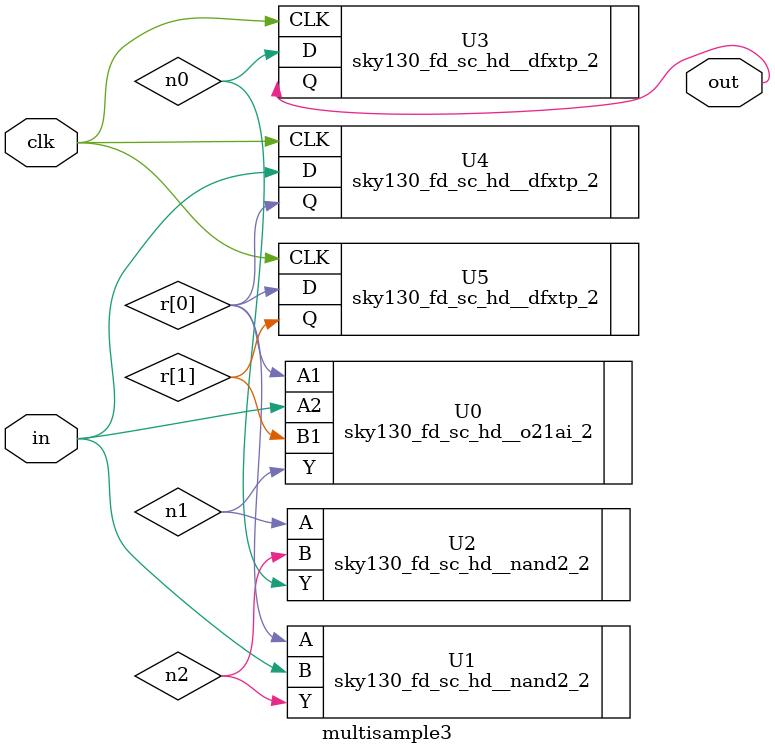
<source format=v>
module multisample3(clk, in, out);
  input clk;
  wire clk;
  input in;
  wire in;
  wire n0;
  wire n1;
  wire n2;
  output out;
  wire out;
  wire \r[0] ;
  wire \r[1] ;
  sky130_fd_sc_hd__o21ai_2 U0 (
    .A1(\r[0] ),
    .A2(in),
    .B1(\r[1] ),
    .Y(n1)
  );
  sky130_fd_sc_hd__nand2_2 U1 (
    .A(\r[0] ),
    .B(in),
    .Y(n2)
  );
  sky130_fd_sc_hd__nand2_2 U2 (
    .A(n1),
    .B(n2),
    .Y(n0)
  );
  sky130_fd_sc_hd__dfxtp_2 U3 (
    .CLK(clk),
    .D(n0),
    .Q(out)
  );
  sky130_fd_sc_hd__dfxtp_2 U4 (
    .CLK(clk),
    .D(in),
    .Q(\r[0] )
  );
  sky130_fd_sc_hd__dfxtp_2 U5 (
    .CLK(clk),
    .D(\r[0] ),
    .Q(\r[1] )
  );
endmodule
</source>
